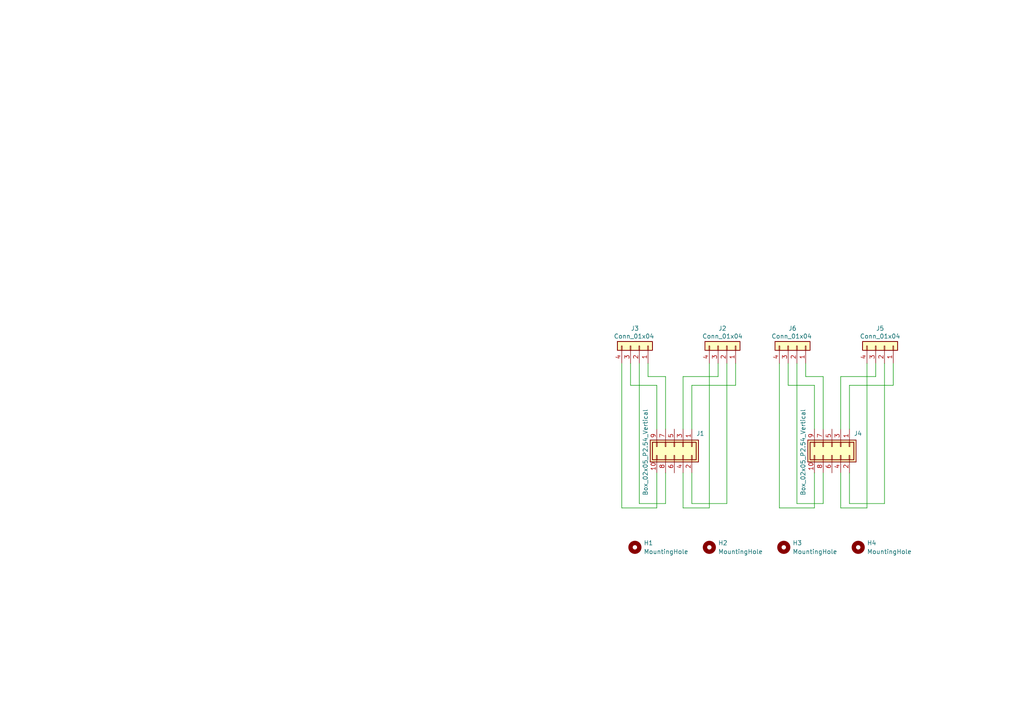
<source format=kicad_sch>
(kicad_sch (version 20231120) (generator "eeschema") (generator_version "8.0")
  (paper "A4")
  (title_block (date "2025-04-28"))
  (lib_symbols
    (symbol "Connector_Generic:Conn_01x04" (pin_names (offset 1.016) hide)
      (property "Reference" "J" (at 0 5.08 0))
      (property "Value" "Conn_01x04" (at 0 -7.62 0))
      (symbol "Conn_01x04_1_1"
        (rectangle (start -1.27 -4.953) (end 0 -5.207) (stroke (width 0.1524)))
        (rectangle (start -1.27 -2.413) (end 0 -2.667) (stroke (width 0.1524)))
        (rectangle (start -1.27 0.127) (end 0 -0.127) (stroke (width 0.1524)))
        (rectangle (start -1.27 2.667) (end 0 2.413) (stroke (width 0.1524)))
        (rectangle (start -1.27 3.81) (end 1.27 -6.35) (stroke (width 0.254)) (fill (type background)))
        (pin passive line (at -5.08 2.54 0) (length 3.81) (name "Pin_1") (number "1"))
        (pin passive line (at -5.08 0 0) (length 3.81) (name "Pin_2") (number "2"))
        (pin passive line (at -5.08 -2.54 0) (length 3.81) (name "Pin_3") (number "3"))
        (pin passive line (at -5.08 -5.08 0) (length 3.81) (name "Pin_4") (number "4"))
      )
    )
    (symbol "_kh_library:Box_02x05_P2.54_Vertical" (pin_names (offset 1.016) hide)
      (property "Reference" "J" (at 1.27 5.588 0))
      (property "Value" "Box_02x05_P2.54_Vertical" (at 1.27 -11.176 0))
      (symbol "Box_02x05_P2.54_Vertical_1_1"
        (rectangle (start -1.905 4.445) (end 4.445 -9.525) (stroke (width 0.254)) (fill (type background)))
        (rectangle (start -1.27 -7.493) (end 0 -7.747) (stroke (width 0.1524)))
        (rectangle (start -1.27 -4.953) (end 0 -5.207) (stroke (width 0.1524)))
        (rectangle (start -1.27 -2.413) (end 0 -2.667) (stroke (width 0.1524)))
        (rectangle (start -1.27 0.127) (end 0 -0.127) (stroke (width 0.1524)))
        (rectangle (start -1.27 2.667) (end 0 2.413) (stroke (width 0.1524)))
        (rectangle (start -1.27 3.81) (end 3.81 -8.89) (stroke (width 0.254)) (fill (type background)))
        (rectangle (start 2.54 -7.493) (end 3.81 -7.747) (stroke (width 0.1524)))
        (rectangle (start 2.54 -4.953) (end 3.81 -5.207) (stroke (width 0.1524)))
        (rectangle (start 2.54 -2.413) (end 3.81 -2.667) (stroke (width 0.1524)))
        (rectangle (start 3.81 0.127) (end 2.54 -0.127) (stroke (width 0.1524)))
        (rectangle (start 3.81 2.667) (end 2.54 2.413) (stroke (width 0.1524)))
        (pin passive line (at -5.08 2.54 0) (length 3.81) (name "Pin_1") (number "1"))
        (pin passive line (at 7.62 -7.62 180) (length 3.81) (name "Pin_10") (number "10"))
        (pin passive line (at 7.62 2.54 180) (length 3.81) (name "Pin_2") (number "2"))
        (pin passive line (at -5.08 0 0) (length 3.81) (name "Pin_3") (number "3"))
        (pin passive line (at 7.62 0 180) (length 3.81) (name "Pin_4") (number "4"))
        (pin passive line (at -5.08 -2.54 0) (length 3.81) (name "Pin_5") (number "5"))
        (pin passive line (at 7.62 -2.54 180) (length 3.81) (name "Pin_6") (number "6"))
        (pin passive line (at -5.08 -5.08 0) (length 3.81) (name "Pin_7") (number "7"))
        (pin passive line (at 7.62 -5.08 180) (length 3.81) (name "Pin_8") (number "8"))
        (pin passive line (at -5.08 -7.62 0) (length 3.81) (name "Pin_9") (number "9"))
      )
    )
    (symbol "_kh_library:MountingHole" (pin_names (offset 1.016)) (exclude_from_sim yes) (in_bom no)
      (property "Reference" "H" (at 0 5.08 0))
      (property "Value" "MountingHole" (at 0 3.175 0))
      (symbol "MountingHole_0_1"
        (circle (center 0 0) (radius 1.27) (stroke (width 1.27)))
      )
    )
  )
  (wire (pts (xy 243.84 147.32) (xy 243.84 137.16)))
  (wire (pts (xy 238.76 109.22) (xy 233.68 109.22)))
  (wire (pts (xy 238.76 124.46) (xy 238.76 109.22)))
  (wire (pts (xy 243.84 109.22) (xy 254 109.22)))
  (wire (pts (xy 198.12 124.46) (xy 198.12 109.22)))
  (wire (pts (xy 190.5 124.46) (xy 190.5 111.76)))
  (wire (pts (xy 198.12 109.22) (xy 208.28 109.22)))
  (wire (pts (xy 243.84 124.46) (xy 243.84 109.22)))
  (wire (pts (xy 200.66 137.16) (xy 200.66 146.05)))
  (wire (pts (xy 256.54 105.41) (xy 256.54 146.05)))
  (wire (pts (xy 246.38 124.46) (xy 246.38 111.76)))
  (wire (pts (xy 233.68 109.22) (xy 233.68 105.41)))
  (wire (pts (xy 190.5 147.32) (xy 180.34 147.32)))
  (wire (pts (xy 228.6 105.41) (xy 228.6 111.76)))
  (wire (pts (xy 231.14 146.05) (xy 238.76 146.05)))
  (wire (pts (xy 236.22 124.46) (xy 236.22 111.76)))
  (wire (pts (xy 205.74 147.32) (xy 198.12 147.32)))
  (wire (pts (xy 193.04 109.22) (xy 187.96 109.22)))
  (wire (pts (xy 246.38 111.76) (xy 259.08 111.76)))
  (wire (pts (xy 185.42 146.05) (xy 193.04 146.05)))
  (wire (pts (xy 251.46 105.41) (xy 251.46 147.32)))
  (wire (pts (xy 185.42 105.41) (xy 185.42 146.05)))
  (wire (pts (xy 200.66 111.76) (xy 213.36 111.76)))
  (wire (pts (xy 190.5 111.76) (xy 182.88 111.76)))
  (wire (pts (xy 259.08 111.76) (xy 259.08 105.41)))
  (wire (pts (xy 251.46 147.32) (xy 243.84 147.32)))
  (wire (pts (xy 231.14 105.41) (xy 231.14 146.05)))
  (wire (pts (xy 205.74 105.41) (xy 205.74 147.32)))
  (wire (pts (xy 198.12 147.32) (xy 198.12 137.16)))
  (wire (pts (xy 213.36 111.76) (xy 213.36 105.41)))
  (wire (pts (xy 236.22 111.76) (xy 228.6 111.76)))
  (wire (pts (xy 180.34 105.41) (xy 180.34 147.32)))
  (wire (pts (xy 254 109.22) (xy 254 105.41)))
  (wire (pts (xy 236.22 137.16) (xy 236.22 147.32)))
  (wire (pts (xy 236.22 147.32) (xy 226.06 147.32)))
  (wire (pts (xy 182.88 105.41) (xy 182.88 111.76)))
  (wire (pts (xy 193.04 124.46) (xy 193.04 109.22)))
  (wire (pts (xy 193.04 146.05) (xy 193.04 137.16)))
  (wire (pts (xy 200.66 124.46) (xy 200.66 111.76)))
  (wire (pts (xy 210.82 105.41) (xy 210.82 146.05)))
  (wire (pts (xy 238.76 146.05) (xy 238.76 137.16)))
  (wire (pts (xy 187.96 109.22) (xy 187.96 105.41)))
  (wire (pts (xy 246.38 137.16) (xy 246.38 146.05)))
  (wire (pts (xy 190.5 137.16) (xy 190.5 147.32)))
  (wire (pts (xy 208.28 109.22) (xy 208.28 105.41)))
  (wire (pts (xy 246.38 146.05) (xy 256.54 146.05)))
  (wire (pts (xy 200.66 146.05) (xy 210.82 146.05)))
  (wire (pts (xy 226.06 105.41) (xy 226.06 147.32)))
  (symbol (lib_id "_kh_library:MountingHole") (at 184.15 158.75 0) (unit 1) (exclude_from_sim yes) (in_bom no)
    (property "Reference" "H1" (at 186.69 157.4799 0) (effects (justify left)))
    (property "Value" "MountingHole" (at 186.69 160.0199 0) (effects (justify left)))
    (property "Footprint" "_kh_library:MountingHole_2.2mm_M2_Pad_TopBottom_kh" (effects (hide yes)))
    (property "Description" "Mounting Hole without connection" (effects (hide yes)))
  )
  (symbol (lib_id "_kh_library:MountingHole") (at 248.92 158.75 0) (unit 1) (exclude_from_sim yes) (in_bom no)
    (property "Reference" "H4" (at 251.46 157.4799 0) (effects (justify left)))
    (property "Value" "MountingHole" (at 251.46 160.0199 0) (effects (justify left)))
    (property "Footprint" "_kh_library:MountingHole_2.2mm_M2_Pad_TopBottom_kh" (effects (hide yes)))
    (property "Description" "Mounting Hole without connection" (effects (hide yes)))
  )
  (symbol (lib_id "Connector_Generic:Conn_01x04") (at 231.14 100.33 270) (mirror x) (unit 1)
    (property "Reference" "J6" (at 229.87 95.25 90))
    (property "Value" "Conn_01x04" (at 229.616 97.536 90))
    (property "Footprint" "_kh_library:PinSocket_1x04_P2.54mm_Vertical_kh" (effects (hide yes)))
    (property "Description" "Generic connector, single row, 01x04, script generated (kicad-library-utils/schlib/autogen/connector/)" (effects (hide yes)))
  )
  (symbol (lib_id "Connector_Generic:Conn_01x04") (at 185.42 100.33 270) (mirror x) (unit 1)
    (property "Reference" "J3" (at 184.15 95.25 90))
    (property "Value" "Conn_01x04" (at 183.896 97.536 90))
    (property "Footprint" "_kh_library:PinSocket_1x04_P2.54mm_Vertical_kh" (effects (hide yes)))
    (property "Description" "Generic connector, single row, 01x04, script generated (kicad-library-utils/schlib/autogen/connector/)" (effects (hide yes)))
  )
  (symbol (lib_id "Connector_Generic:Conn_01x04") (at 256.54 100.33 270) (mirror x) (unit 1)
    (property "Reference" "J5" (at 255.27 95.25 90))
    (property "Value" "Conn_01x04" (at 255.27 97.536 90))
    (property "Footprint" "_kh_library:PinSocket_1x04_P2.54mm_Vertical_kh" (effects (hide yes)))
    (property "Description" "Generic connector, single row, 01x04, script generated (kicad-library-utils/schlib/autogen/connector/)" (effects (hide yes)))
  )
  (symbol (lib_id "Connector_Generic:Conn_01x04") (at 210.82 100.33 270) (mirror x) (unit 1)
    (property "Reference" "J2" (at 209.55 95.25 90))
    (property "Value" "Conn_01x04" (at 209.55 97.536 90))
    (property "Footprint" "_kh_library:PinSocket_1x04_P2.54mm_Vertical_kh" (effects (hide yes)))
    (property "Description" "Generic connector, single row, 01x04, script generated (kicad-library-utils/schlib/autogen/connector/)" (effects (hide yes)))
  )
  (symbol (lib_id "_kh_library:MountingHole") (at 205.74 158.75 0) (unit 1) (exclude_from_sim yes) (in_bom no)
    (property "Reference" "H2" (at 208.28 157.4799 0) (effects (justify left)))
    (property "Value" "MountingHole" (at 208.28 160.0199 0) (effects (justify left)))
    (property "Footprint" "_kh_library:MountingHole_2.2mm_M2_Pad_TopBottom_kh" (effects (hide yes)))
    (property "Description" "Mounting Hole without connection" (effects (hide yes)))
  )
  (symbol (lib_id "_kh_library:MountingHole") (at 227.33 158.75 0) (unit 1) (exclude_from_sim yes) (in_bom no)
    (property "Reference" "H3" (at 229.87 157.4799 0) (effects (justify left)))
    (property "Value" "MountingHole" (at 229.87 160.0199 0) (effects (justify left)))
    (property "Footprint" "_kh_library:MountingHole_2.2mm_M2_Pad_TopBottom_kh" (effects (hide yes)))
    (property "Description" "Mounting Hole without connection" (effects (hide yes)))
  )
  (symbol (lib_id "_kh_library:Box_02x05_P2.54_Vertical") (at 198.12 129.54 270) (unit 1)
    (property "Reference" "J1" (at 201.93 125.73 90) (effects (justify left)))
    (property "Value" "Box_02x05_P2.54_Vertical" (at 187.198 118.618 0) (effects (justify left)))
    (property "Footprint" "_kh_library:Box_02x05_P2.54mm_Vertical_kh" (effects (hide yes)))
    (property "Description" "Box Header connector, double row, 02x05, odd/even pin numbering scheme" (effects (hide yes)))
  )
  (symbol (lib_id "_kh_library:Box_02x05_P2.54_Vertical") (at 243.84 129.54 270) (unit 1)
    (property "Reference" "J4" (at 247.65 125.73 90) (effects (justify left)))
    (property "Value" "Box_02x05_P2.54_Vertical" (at 232.918 118.618 0) (effects (justify left)))
    (property "Footprint" "_kh_library:Box_02x05_P2.54mm_Vertical_kh" (effects (hide yes)))
    (property "Description" "Box Header connector, double row, 02x05, odd/even pin numbering scheme" (effects (hide yes)))
  )
)
</source>
